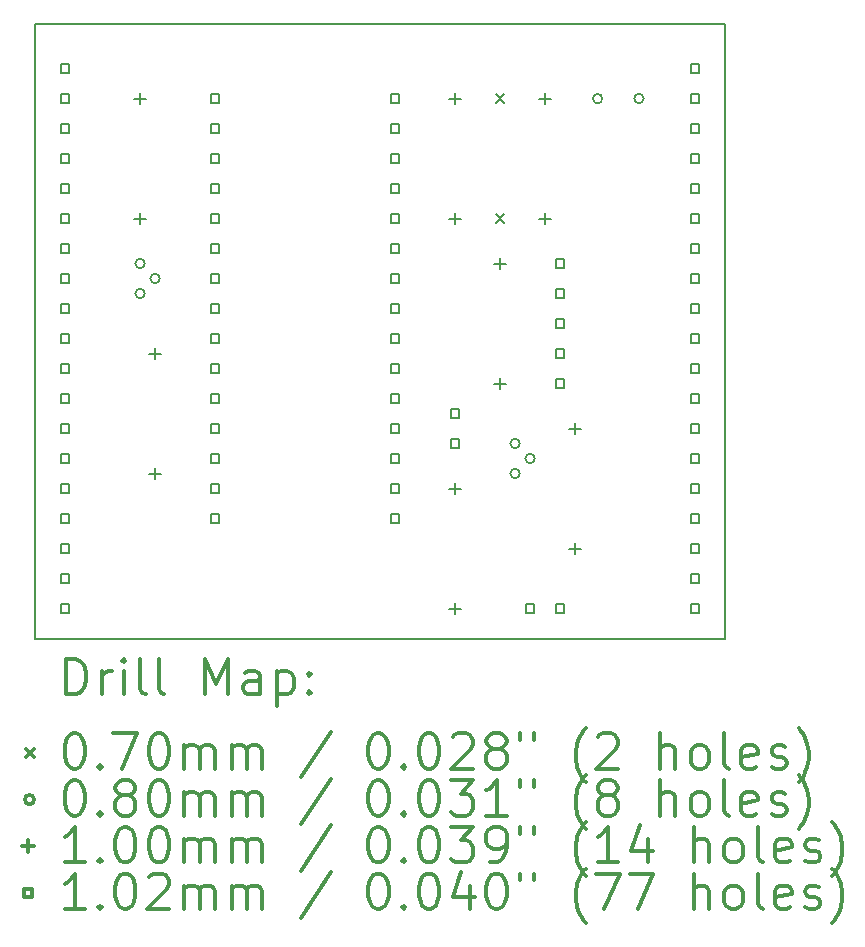
<source format=gbr>
%FSLAX45Y45*%
G04 Gerber Fmt 4.5, Leading zero omitted, Abs format (unit mm)*
G04 Created by KiCad (PCBNEW 4.0.4+e1-6308~48~ubuntu16.04.1-stable) date Thu Sep 22 16:48:08 2016*
%MOMM*%
%LPD*%
G01*
G04 APERTURE LIST*
%ADD10C,0.127000*%
%ADD11C,0.150000*%
%ADD12C,0.200000*%
%ADD13C,0.300000*%
G04 APERTURE END LIST*
D10*
D11*
X8763000Y-7239000D02*
X2921000Y-7239000D01*
X8763000Y-12446000D02*
X8763000Y-7239000D01*
X2921000Y-12446000D02*
X8763000Y-12446000D01*
X2921000Y-7239000D02*
X2921000Y-12446000D01*
D12*
X6823202Y-7839000D02*
X6893306Y-7909104D01*
X6893306Y-7839000D02*
X6823202Y-7909104D01*
X6823202Y-8855000D02*
X6893306Y-8925104D01*
X6893306Y-8855000D02*
X6823202Y-8925104D01*
X3850000Y-9271000D02*
G75*
G03X3850000Y-9271000I-40000J0D01*
G01*
X3850000Y-9525000D02*
G75*
G03X3850000Y-9525000I-40000J0D01*
G01*
X3977000Y-9398000D02*
G75*
G03X3977000Y-9398000I-40000J0D01*
G01*
X7025000Y-10795000D02*
G75*
G03X7025000Y-10795000I-40000J0D01*
G01*
X7025000Y-11049000D02*
G75*
G03X7025000Y-11049000I-40000J0D01*
G01*
X7152000Y-10922000D02*
G75*
G03X7152000Y-10922000I-40000J0D01*
G01*
X7723500Y-7874000D02*
G75*
G03X7723500Y-7874000I-40000J0D01*
G01*
X8073500Y-7874000D02*
G75*
G03X8073500Y-7874000I-40000J0D01*
G01*
X3810000Y-7823962D02*
X3810000Y-7924038D01*
X3759962Y-7874000D02*
X3860038Y-7874000D01*
X3810000Y-8839962D02*
X3810000Y-8940038D01*
X3759962Y-8890000D02*
X3860038Y-8890000D01*
X3937000Y-9982962D02*
X3937000Y-10083038D01*
X3886962Y-10033000D02*
X3987038Y-10033000D01*
X3937000Y-10998962D02*
X3937000Y-11099038D01*
X3886962Y-11049000D02*
X3987038Y-11049000D01*
X6477000Y-7823962D02*
X6477000Y-7924038D01*
X6426962Y-7874000D02*
X6527038Y-7874000D01*
X6477000Y-8839962D02*
X6477000Y-8940038D01*
X6426962Y-8890000D02*
X6527038Y-8890000D01*
X6477000Y-11125962D02*
X6477000Y-11226038D01*
X6426962Y-11176000D02*
X6527038Y-11176000D01*
X6477000Y-12141962D02*
X6477000Y-12242038D01*
X6426962Y-12192000D02*
X6527038Y-12192000D01*
X6858000Y-9220962D02*
X6858000Y-9321038D01*
X6807962Y-9271000D02*
X6908038Y-9271000D01*
X6858000Y-10236962D02*
X6858000Y-10337038D01*
X6807962Y-10287000D02*
X6908038Y-10287000D01*
X7239000Y-7823962D02*
X7239000Y-7924038D01*
X7188962Y-7874000D02*
X7289038Y-7874000D01*
X7239000Y-8839962D02*
X7239000Y-8940038D01*
X7188962Y-8890000D02*
X7289038Y-8890000D01*
X7493000Y-10617962D02*
X7493000Y-10718038D01*
X7442962Y-10668000D02*
X7543038Y-10668000D01*
X7493000Y-11633962D02*
X7493000Y-11734038D01*
X7442962Y-11684000D02*
X7543038Y-11684000D01*
X3210921Y-7655921D02*
X3210921Y-7584079D01*
X3139079Y-7584079D01*
X3139079Y-7655921D01*
X3210921Y-7655921D01*
X3210921Y-7909921D02*
X3210921Y-7838079D01*
X3139079Y-7838079D01*
X3139079Y-7909921D01*
X3210921Y-7909921D01*
X3210921Y-8163921D02*
X3210921Y-8092079D01*
X3139079Y-8092079D01*
X3139079Y-8163921D01*
X3210921Y-8163921D01*
X3210921Y-8417921D02*
X3210921Y-8346079D01*
X3139079Y-8346079D01*
X3139079Y-8417921D01*
X3210921Y-8417921D01*
X3210921Y-8671921D02*
X3210921Y-8600079D01*
X3139079Y-8600079D01*
X3139079Y-8671921D01*
X3210921Y-8671921D01*
X3210921Y-8925921D02*
X3210921Y-8854079D01*
X3139079Y-8854079D01*
X3139079Y-8925921D01*
X3210921Y-8925921D01*
X3210921Y-9179921D02*
X3210921Y-9108079D01*
X3139079Y-9108079D01*
X3139079Y-9179921D01*
X3210921Y-9179921D01*
X3210921Y-9433921D02*
X3210921Y-9362079D01*
X3139079Y-9362079D01*
X3139079Y-9433921D01*
X3210921Y-9433921D01*
X3210921Y-9687921D02*
X3210921Y-9616079D01*
X3139079Y-9616079D01*
X3139079Y-9687921D01*
X3210921Y-9687921D01*
X3210921Y-9941921D02*
X3210921Y-9870079D01*
X3139079Y-9870079D01*
X3139079Y-9941921D01*
X3210921Y-9941921D01*
X3210921Y-10195921D02*
X3210921Y-10124079D01*
X3139079Y-10124079D01*
X3139079Y-10195921D01*
X3210921Y-10195921D01*
X3210921Y-10449921D02*
X3210921Y-10378079D01*
X3139079Y-10378079D01*
X3139079Y-10449921D01*
X3210921Y-10449921D01*
X3210921Y-10703921D02*
X3210921Y-10632079D01*
X3139079Y-10632079D01*
X3139079Y-10703921D01*
X3210921Y-10703921D01*
X3210921Y-10957921D02*
X3210921Y-10886079D01*
X3139079Y-10886079D01*
X3139079Y-10957921D01*
X3210921Y-10957921D01*
X3210921Y-11211921D02*
X3210921Y-11140079D01*
X3139079Y-11140079D01*
X3139079Y-11211921D01*
X3210921Y-11211921D01*
X3210921Y-11465921D02*
X3210921Y-11394079D01*
X3139079Y-11394079D01*
X3139079Y-11465921D01*
X3210921Y-11465921D01*
X3210921Y-11719921D02*
X3210921Y-11648079D01*
X3139079Y-11648079D01*
X3139079Y-11719921D01*
X3210921Y-11719921D01*
X3210921Y-11973921D02*
X3210921Y-11902079D01*
X3139079Y-11902079D01*
X3139079Y-11973921D01*
X3210921Y-11973921D01*
X3210921Y-12227921D02*
X3210921Y-12156079D01*
X3139079Y-12156079D01*
X3139079Y-12227921D01*
X3210921Y-12227921D01*
X4480921Y-7909921D02*
X4480921Y-7838079D01*
X4409079Y-7838079D01*
X4409079Y-7909921D01*
X4480921Y-7909921D01*
X4480921Y-8163921D02*
X4480921Y-8092079D01*
X4409079Y-8092079D01*
X4409079Y-8163921D01*
X4480921Y-8163921D01*
X4480921Y-8417921D02*
X4480921Y-8346079D01*
X4409079Y-8346079D01*
X4409079Y-8417921D01*
X4480921Y-8417921D01*
X4480921Y-8671921D02*
X4480921Y-8600079D01*
X4409079Y-8600079D01*
X4409079Y-8671921D01*
X4480921Y-8671921D01*
X4480921Y-8925921D02*
X4480921Y-8854079D01*
X4409079Y-8854079D01*
X4409079Y-8925921D01*
X4480921Y-8925921D01*
X4480921Y-9179921D02*
X4480921Y-9108079D01*
X4409079Y-9108079D01*
X4409079Y-9179921D01*
X4480921Y-9179921D01*
X4480921Y-9433921D02*
X4480921Y-9362079D01*
X4409079Y-9362079D01*
X4409079Y-9433921D01*
X4480921Y-9433921D01*
X4480921Y-9687921D02*
X4480921Y-9616079D01*
X4409079Y-9616079D01*
X4409079Y-9687921D01*
X4480921Y-9687921D01*
X4480921Y-9941921D02*
X4480921Y-9870079D01*
X4409079Y-9870079D01*
X4409079Y-9941921D01*
X4480921Y-9941921D01*
X4480921Y-10195921D02*
X4480921Y-10124079D01*
X4409079Y-10124079D01*
X4409079Y-10195921D01*
X4480921Y-10195921D01*
X4480921Y-10449921D02*
X4480921Y-10378079D01*
X4409079Y-10378079D01*
X4409079Y-10449921D01*
X4480921Y-10449921D01*
X4480921Y-10703921D02*
X4480921Y-10632079D01*
X4409079Y-10632079D01*
X4409079Y-10703921D01*
X4480921Y-10703921D01*
X4480921Y-10957921D02*
X4480921Y-10886079D01*
X4409079Y-10886079D01*
X4409079Y-10957921D01*
X4480921Y-10957921D01*
X4480921Y-11211921D02*
X4480921Y-11140079D01*
X4409079Y-11140079D01*
X4409079Y-11211921D01*
X4480921Y-11211921D01*
X4480921Y-11465921D02*
X4480921Y-11394079D01*
X4409079Y-11394079D01*
X4409079Y-11465921D01*
X4480921Y-11465921D01*
X6004921Y-7909921D02*
X6004921Y-7838079D01*
X5933079Y-7838079D01*
X5933079Y-7909921D01*
X6004921Y-7909921D01*
X6004921Y-8163921D02*
X6004921Y-8092079D01*
X5933079Y-8092079D01*
X5933079Y-8163921D01*
X6004921Y-8163921D01*
X6004921Y-8417921D02*
X6004921Y-8346079D01*
X5933079Y-8346079D01*
X5933079Y-8417921D01*
X6004921Y-8417921D01*
X6004921Y-8671921D02*
X6004921Y-8600079D01*
X5933079Y-8600079D01*
X5933079Y-8671921D01*
X6004921Y-8671921D01*
X6004921Y-8925921D02*
X6004921Y-8854079D01*
X5933079Y-8854079D01*
X5933079Y-8925921D01*
X6004921Y-8925921D01*
X6004921Y-9179921D02*
X6004921Y-9108079D01*
X5933079Y-9108079D01*
X5933079Y-9179921D01*
X6004921Y-9179921D01*
X6004921Y-9433921D02*
X6004921Y-9362079D01*
X5933079Y-9362079D01*
X5933079Y-9433921D01*
X6004921Y-9433921D01*
X6004921Y-9687921D02*
X6004921Y-9616079D01*
X5933079Y-9616079D01*
X5933079Y-9687921D01*
X6004921Y-9687921D01*
X6004921Y-9941921D02*
X6004921Y-9870079D01*
X5933079Y-9870079D01*
X5933079Y-9941921D01*
X6004921Y-9941921D01*
X6004921Y-10195921D02*
X6004921Y-10124079D01*
X5933079Y-10124079D01*
X5933079Y-10195921D01*
X6004921Y-10195921D01*
X6004921Y-10449921D02*
X6004921Y-10378079D01*
X5933079Y-10378079D01*
X5933079Y-10449921D01*
X6004921Y-10449921D01*
X6004921Y-10703921D02*
X6004921Y-10632079D01*
X5933079Y-10632079D01*
X5933079Y-10703921D01*
X6004921Y-10703921D01*
X6004921Y-10957921D02*
X6004921Y-10886079D01*
X5933079Y-10886079D01*
X5933079Y-10957921D01*
X6004921Y-10957921D01*
X6004921Y-11211921D02*
X6004921Y-11140079D01*
X5933079Y-11140079D01*
X5933079Y-11211921D01*
X6004921Y-11211921D01*
X6004921Y-11465921D02*
X6004921Y-11394079D01*
X5933079Y-11394079D01*
X5933079Y-11465921D01*
X6004921Y-11465921D01*
X6512921Y-10576921D02*
X6512921Y-10505079D01*
X6441079Y-10505079D01*
X6441079Y-10576921D01*
X6512921Y-10576921D01*
X6512921Y-10830921D02*
X6512921Y-10759079D01*
X6441079Y-10759079D01*
X6441079Y-10830921D01*
X6512921Y-10830921D01*
X7147921Y-12227921D02*
X7147921Y-12156079D01*
X7076079Y-12156079D01*
X7076079Y-12227921D01*
X7147921Y-12227921D01*
X7401921Y-9306921D02*
X7401921Y-9235079D01*
X7330079Y-9235079D01*
X7330079Y-9306921D01*
X7401921Y-9306921D01*
X7401921Y-9560921D02*
X7401921Y-9489079D01*
X7330079Y-9489079D01*
X7330079Y-9560921D01*
X7401921Y-9560921D01*
X7401921Y-9814921D02*
X7401921Y-9743079D01*
X7330079Y-9743079D01*
X7330079Y-9814921D01*
X7401921Y-9814921D01*
X7401921Y-10068921D02*
X7401921Y-9997079D01*
X7330079Y-9997079D01*
X7330079Y-10068921D01*
X7401921Y-10068921D01*
X7401921Y-10322921D02*
X7401921Y-10251079D01*
X7330079Y-10251079D01*
X7330079Y-10322921D01*
X7401921Y-10322921D01*
X7401921Y-12227921D02*
X7401921Y-12156079D01*
X7330079Y-12156079D01*
X7330079Y-12227921D01*
X7401921Y-12227921D01*
X8544921Y-7655921D02*
X8544921Y-7584079D01*
X8473079Y-7584079D01*
X8473079Y-7655921D01*
X8544921Y-7655921D01*
X8544921Y-7909921D02*
X8544921Y-7838079D01*
X8473079Y-7838079D01*
X8473079Y-7909921D01*
X8544921Y-7909921D01*
X8544921Y-8163921D02*
X8544921Y-8092079D01*
X8473079Y-8092079D01*
X8473079Y-8163921D01*
X8544921Y-8163921D01*
X8544921Y-8417921D02*
X8544921Y-8346079D01*
X8473079Y-8346079D01*
X8473079Y-8417921D01*
X8544921Y-8417921D01*
X8544921Y-8671921D02*
X8544921Y-8600079D01*
X8473079Y-8600079D01*
X8473079Y-8671921D01*
X8544921Y-8671921D01*
X8544921Y-8925921D02*
X8544921Y-8854079D01*
X8473079Y-8854079D01*
X8473079Y-8925921D01*
X8544921Y-8925921D01*
X8544921Y-9179921D02*
X8544921Y-9108079D01*
X8473079Y-9108079D01*
X8473079Y-9179921D01*
X8544921Y-9179921D01*
X8544921Y-9433921D02*
X8544921Y-9362079D01*
X8473079Y-9362079D01*
X8473079Y-9433921D01*
X8544921Y-9433921D01*
X8544921Y-9687921D02*
X8544921Y-9616079D01*
X8473079Y-9616079D01*
X8473079Y-9687921D01*
X8544921Y-9687921D01*
X8544921Y-9941921D02*
X8544921Y-9870079D01*
X8473079Y-9870079D01*
X8473079Y-9941921D01*
X8544921Y-9941921D01*
X8544921Y-10195921D02*
X8544921Y-10124079D01*
X8473079Y-10124079D01*
X8473079Y-10195921D01*
X8544921Y-10195921D01*
X8544921Y-10449921D02*
X8544921Y-10378079D01*
X8473079Y-10378079D01*
X8473079Y-10449921D01*
X8544921Y-10449921D01*
X8544921Y-10703921D02*
X8544921Y-10632079D01*
X8473079Y-10632079D01*
X8473079Y-10703921D01*
X8544921Y-10703921D01*
X8544921Y-10957921D02*
X8544921Y-10886079D01*
X8473079Y-10886079D01*
X8473079Y-10957921D01*
X8544921Y-10957921D01*
X8544921Y-11211921D02*
X8544921Y-11140079D01*
X8473079Y-11140079D01*
X8473079Y-11211921D01*
X8544921Y-11211921D01*
X8544921Y-11465921D02*
X8544921Y-11394079D01*
X8473079Y-11394079D01*
X8473079Y-11465921D01*
X8544921Y-11465921D01*
X8544921Y-11719921D02*
X8544921Y-11648079D01*
X8473079Y-11648079D01*
X8473079Y-11719921D01*
X8544921Y-11719921D01*
X8544921Y-11973921D02*
X8544921Y-11902079D01*
X8473079Y-11902079D01*
X8473079Y-11973921D01*
X8544921Y-11973921D01*
X8544921Y-12227921D02*
X8544921Y-12156079D01*
X8473079Y-12156079D01*
X8473079Y-12227921D01*
X8544921Y-12227921D01*
D13*
X3184928Y-12919214D02*
X3184928Y-12619214D01*
X3256357Y-12619214D01*
X3299214Y-12633500D01*
X3327786Y-12662071D01*
X3342071Y-12690643D01*
X3356357Y-12747786D01*
X3356357Y-12790643D01*
X3342071Y-12847786D01*
X3327786Y-12876357D01*
X3299214Y-12904929D01*
X3256357Y-12919214D01*
X3184928Y-12919214D01*
X3484928Y-12919214D02*
X3484928Y-12719214D01*
X3484928Y-12776357D02*
X3499214Y-12747786D01*
X3513500Y-12733500D01*
X3542071Y-12719214D01*
X3570643Y-12719214D01*
X3670643Y-12919214D02*
X3670643Y-12719214D01*
X3670643Y-12619214D02*
X3656357Y-12633500D01*
X3670643Y-12647786D01*
X3684928Y-12633500D01*
X3670643Y-12619214D01*
X3670643Y-12647786D01*
X3856357Y-12919214D02*
X3827786Y-12904929D01*
X3813500Y-12876357D01*
X3813500Y-12619214D01*
X4013500Y-12919214D02*
X3984928Y-12904929D01*
X3970643Y-12876357D01*
X3970643Y-12619214D01*
X4356357Y-12919214D02*
X4356357Y-12619214D01*
X4456357Y-12833500D01*
X4556357Y-12619214D01*
X4556357Y-12919214D01*
X4827786Y-12919214D02*
X4827786Y-12762071D01*
X4813500Y-12733500D01*
X4784929Y-12719214D01*
X4727786Y-12719214D01*
X4699214Y-12733500D01*
X4827786Y-12904929D02*
X4799214Y-12919214D01*
X4727786Y-12919214D01*
X4699214Y-12904929D01*
X4684929Y-12876357D01*
X4684929Y-12847786D01*
X4699214Y-12819214D01*
X4727786Y-12804929D01*
X4799214Y-12804929D01*
X4827786Y-12790643D01*
X4970643Y-12719214D02*
X4970643Y-13019214D01*
X4970643Y-12733500D02*
X4999214Y-12719214D01*
X5056357Y-12719214D01*
X5084929Y-12733500D01*
X5099214Y-12747786D01*
X5113500Y-12776357D01*
X5113500Y-12862071D01*
X5099214Y-12890643D01*
X5084929Y-12904929D01*
X5056357Y-12919214D01*
X4999214Y-12919214D01*
X4970643Y-12904929D01*
X5242071Y-12890643D02*
X5256357Y-12904929D01*
X5242071Y-12919214D01*
X5227786Y-12904929D01*
X5242071Y-12890643D01*
X5242071Y-12919214D01*
X5242071Y-12733500D02*
X5256357Y-12747786D01*
X5242071Y-12762071D01*
X5227786Y-12747786D01*
X5242071Y-12733500D01*
X5242071Y-12762071D01*
X2843396Y-13378448D02*
X2913500Y-13448552D01*
X2913500Y-13378448D02*
X2843396Y-13448552D01*
X3242071Y-13249214D02*
X3270643Y-13249214D01*
X3299214Y-13263500D01*
X3313500Y-13277786D01*
X3327786Y-13306357D01*
X3342071Y-13363500D01*
X3342071Y-13434929D01*
X3327786Y-13492071D01*
X3313500Y-13520643D01*
X3299214Y-13534929D01*
X3270643Y-13549214D01*
X3242071Y-13549214D01*
X3213500Y-13534929D01*
X3199214Y-13520643D01*
X3184928Y-13492071D01*
X3170643Y-13434929D01*
X3170643Y-13363500D01*
X3184928Y-13306357D01*
X3199214Y-13277786D01*
X3213500Y-13263500D01*
X3242071Y-13249214D01*
X3470643Y-13520643D02*
X3484928Y-13534929D01*
X3470643Y-13549214D01*
X3456357Y-13534929D01*
X3470643Y-13520643D01*
X3470643Y-13549214D01*
X3584928Y-13249214D02*
X3784928Y-13249214D01*
X3656357Y-13549214D01*
X3956357Y-13249214D02*
X3984928Y-13249214D01*
X4013500Y-13263500D01*
X4027786Y-13277786D01*
X4042071Y-13306357D01*
X4056357Y-13363500D01*
X4056357Y-13434929D01*
X4042071Y-13492071D01*
X4027786Y-13520643D01*
X4013500Y-13534929D01*
X3984928Y-13549214D01*
X3956357Y-13549214D01*
X3927786Y-13534929D01*
X3913500Y-13520643D01*
X3899214Y-13492071D01*
X3884928Y-13434929D01*
X3884928Y-13363500D01*
X3899214Y-13306357D01*
X3913500Y-13277786D01*
X3927786Y-13263500D01*
X3956357Y-13249214D01*
X4184928Y-13549214D02*
X4184928Y-13349214D01*
X4184928Y-13377786D02*
X4199214Y-13363500D01*
X4227786Y-13349214D01*
X4270643Y-13349214D01*
X4299214Y-13363500D01*
X4313500Y-13392071D01*
X4313500Y-13549214D01*
X4313500Y-13392071D02*
X4327786Y-13363500D01*
X4356357Y-13349214D01*
X4399214Y-13349214D01*
X4427786Y-13363500D01*
X4442071Y-13392071D01*
X4442071Y-13549214D01*
X4584929Y-13549214D02*
X4584929Y-13349214D01*
X4584929Y-13377786D02*
X4599214Y-13363500D01*
X4627786Y-13349214D01*
X4670643Y-13349214D01*
X4699214Y-13363500D01*
X4713500Y-13392071D01*
X4713500Y-13549214D01*
X4713500Y-13392071D02*
X4727786Y-13363500D01*
X4756357Y-13349214D01*
X4799214Y-13349214D01*
X4827786Y-13363500D01*
X4842071Y-13392071D01*
X4842071Y-13549214D01*
X5427786Y-13234929D02*
X5170643Y-13620643D01*
X5813500Y-13249214D02*
X5842071Y-13249214D01*
X5870643Y-13263500D01*
X5884928Y-13277786D01*
X5899214Y-13306357D01*
X5913500Y-13363500D01*
X5913500Y-13434929D01*
X5899214Y-13492071D01*
X5884928Y-13520643D01*
X5870643Y-13534929D01*
X5842071Y-13549214D01*
X5813500Y-13549214D01*
X5784928Y-13534929D01*
X5770643Y-13520643D01*
X5756357Y-13492071D01*
X5742071Y-13434929D01*
X5742071Y-13363500D01*
X5756357Y-13306357D01*
X5770643Y-13277786D01*
X5784928Y-13263500D01*
X5813500Y-13249214D01*
X6042071Y-13520643D02*
X6056357Y-13534929D01*
X6042071Y-13549214D01*
X6027786Y-13534929D01*
X6042071Y-13520643D01*
X6042071Y-13549214D01*
X6242071Y-13249214D02*
X6270643Y-13249214D01*
X6299214Y-13263500D01*
X6313500Y-13277786D01*
X6327785Y-13306357D01*
X6342071Y-13363500D01*
X6342071Y-13434929D01*
X6327785Y-13492071D01*
X6313500Y-13520643D01*
X6299214Y-13534929D01*
X6270643Y-13549214D01*
X6242071Y-13549214D01*
X6213500Y-13534929D01*
X6199214Y-13520643D01*
X6184928Y-13492071D01*
X6170643Y-13434929D01*
X6170643Y-13363500D01*
X6184928Y-13306357D01*
X6199214Y-13277786D01*
X6213500Y-13263500D01*
X6242071Y-13249214D01*
X6456357Y-13277786D02*
X6470643Y-13263500D01*
X6499214Y-13249214D01*
X6570643Y-13249214D01*
X6599214Y-13263500D01*
X6613500Y-13277786D01*
X6627785Y-13306357D01*
X6627785Y-13334929D01*
X6613500Y-13377786D01*
X6442071Y-13549214D01*
X6627785Y-13549214D01*
X6799214Y-13377786D02*
X6770643Y-13363500D01*
X6756357Y-13349214D01*
X6742071Y-13320643D01*
X6742071Y-13306357D01*
X6756357Y-13277786D01*
X6770643Y-13263500D01*
X6799214Y-13249214D01*
X6856357Y-13249214D01*
X6884928Y-13263500D01*
X6899214Y-13277786D01*
X6913500Y-13306357D01*
X6913500Y-13320643D01*
X6899214Y-13349214D01*
X6884928Y-13363500D01*
X6856357Y-13377786D01*
X6799214Y-13377786D01*
X6770643Y-13392071D01*
X6756357Y-13406357D01*
X6742071Y-13434929D01*
X6742071Y-13492071D01*
X6756357Y-13520643D01*
X6770643Y-13534929D01*
X6799214Y-13549214D01*
X6856357Y-13549214D01*
X6884928Y-13534929D01*
X6899214Y-13520643D01*
X6913500Y-13492071D01*
X6913500Y-13434929D01*
X6899214Y-13406357D01*
X6884928Y-13392071D01*
X6856357Y-13377786D01*
X7027786Y-13249214D02*
X7027786Y-13306357D01*
X7142071Y-13249214D02*
X7142071Y-13306357D01*
X7584928Y-13663500D02*
X7570643Y-13649214D01*
X7542071Y-13606357D01*
X7527785Y-13577786D01*
X7513500Y-13534929D01*
X7499214Y-13463500D01*
X7499214Y-13406357D01*
X7513500Y-13334929D01*
X7527785Y-13292071D01*
X7542071Y-13263500D01*
X7570643Y-13220643D01*
X7584928Y-13206357D01*
X7684928Y-13277786D02*
X7699214Y-13263500D01*
X7727785Y-13249214D01*
X7799214Y-13249214D01*
X7827785Y-13263500D01*
X7842071Y-13277786D01*
X7856357Y-13306357D01*
X7856357Y-13334929D01*
X7842071Y-13377786D01*
X7670643Y-13549214D01*
X7856357Y-13549214D01*
X8213500Y-13549214D02*
X8213500Y-13249214D01*
X8342071Y-13549214D02*
X8342071Y-13392071D01*
X8327785Y-13363500D01*
X8299214Y-13349214D01*
X8256357Y-13349214D01*
X8227785Y-13363500D01*
X8213500Y-13377786D01*
X8527786Y-13549214D02*
X8499214Y-13534929D01*
X8484928Y-13520643D01*
X8470643Y-13492071D01*
X8470643Y-13406357D01*
X8484928Y-13377786D01*
X8499214Y-13363500D01*
X8527786Y-13349214D01*
X8570643Y-13349214D01*
X8599214Y-13363500D01*
X8613500Y-13377786D01*
X8627786Y-13406357D01*
X8627786Y-13492071D01*
X8613500Y-13520643D01*
X8599214Y-13534929D01*
X8570643Y-13549214D01*
X8527786Y-13549214D01*
X8799214Y-13549214D02*
X8770643Y-13534929D01*
X8756357Y-13506357D01*
X8756357Y-13249214D01*
X9027786Y-13534929D02*
X8999214Y-13549214D01*
X8942071Y-13549214D01*
X8913500Y-13534929D01*
X8899214Y-13506357D01*
X8899214Y-13392071D01*
X8913500Y-13363500D01*
X8942071Y-13349214D01*
X8999214Y-13349214D01*
X9027786Y-13363500D01*
X9042071Y-13392071D01*
X9042071Y-13420643D01*
X8899214Y-13449214D01*
X9156357Y-13534929D02*
X9184929Y-13549214D01*
X9242071Y-13549214D01*
X9270643Y-13534929D01*
X9284929Y-13506357D01*
X9284929Y-13492071D01*
X9270643Y-13463500D01*
X9242071Y-13449214D01*
X9199214Y-13449214D01*
X9170643Y-13434929D01*
X9156357Y-13406357D01*
X9156357Y-13392071D01*
X9170643Y-13363500D01*
X9199214Y-13349214D01*
X9242071Y-13349214D01*
X9270643Y-13363500D01*
X9384928Y-13663500D02*
X9399214Y-13649214D01*
X9427786Y-13606357D01*
X9442071Y-13577786D01*
X9456357Y-13534929D01*
X9470643Y-13463500D01*
X9470643Y-13406357D01*
X9456357Y-13334929D01*
X9442071Y-13292071D01*
X9427786Y-13263500D01*
X9399214Y-13220643D01*
X9384928Y-13206357D01*
X2913500Y-13809500D02*
G75*
G03X2913500Y-13809500I-40000J0D01*
G01*
X3242071Y-13645214D02*
X3270643Y-13645214D01*
X3299214Y-13659500D01*
X3313500Y-13673786D01*
X3327786Y-13702357D01*
X3342071Y-13759500D01*
X3342071Y-13830929D01*
X3327786Y-13888071D01*
X3313500Y-13916643D01*
X3299214Y-13930929D01*
X3270643Y-13945214D01*
X3242071Y-13945214D01*
X3213500Y-13930929D01*
X3199214Y-13916643D01*
X3184928Y-13888071D01*
X3170643Y-13830929D01*
X3170643Y-13759500D01*
X3184928Y-13702357D01*
X3199214Y-13673786D01*
X3213500Y-13659500D01*
X3242071Y-13645214D01*
X3470643Y-13916643D02*
X3484928Y-13930929D01*
X3470643Y-13945214D01*
X3456357Y-13930929D01*
X3470643Y-13916643D01*
X3470643Y-13945214D01*
X3656357Y-13773786D02*
X3627786Y-13759500D01*
X3613500Y-13745214D01*
X3599214Y-13716643D01*
X3599214Y-13702357D01*
X3613500Y-13673786D01*
X3627786Y-13659500D01*
X3656357Y-13645214D01*
X3713500Y-13645214D01*
X3742071Y-13659500D01*
X3756357Y-13673786D01*
X3770643Y-13702357D01*
X3770643Y-13716643D01*
X3756357Y-13745214D01*
X3742071Y-13759500D01*
X3713500Y-13773786D01*
X3656357Y-13773786D01*
X3627786Y-13788071D01*
X3613500Y-13802357D01*
X3599214Y-13830929D01*
X3599214Y-13888071D01*
X3613500Y-13916643D01*
X3627786Y-13930929D01*
X3656357Y-13945214D01*
X3713500Y-13945214D01*
X3742071Y-13930929D01*
X3756357Y-13916643D01*
X3770643Y-13888071D01*
X3770643Y-13830929D01*
X3756357Y-13802357D01*
X3742071Y-13788071D01*
X3713500Y-13773786D01*
X3956357Y-13645214D02*
X3984928Y-13645214D01*
X4013500Y-13659500D01*
X4027786Y-13673786D01*
X4042071Y-13702357D01*
X4056357Y-13759500D01*
X4056357Y-13830929D01*
X4042071Y-13888071D01*
X4027786Y-13916643D01*
X4013500Y-13930929D01*
X3984928Y-13945214D01*
X3956357Y-13945214D01*
X3927786Y-13930929D01*
X3913500Y-13916643D01*
X3899214Y-13888071D01*
X3884928Y-13830929D01*
X3884928Y-13759500D01*
X3899214Y-13702357D01*
X3913500Y-13673786D01*
X3927786Y-13659500D01*
X3956357Y-13645214D01*
X4184928Y-13945214D02*
X4184928Y-13745214D01*
X4184928Y-13773786D02*
X4199214Y-13759500D01*
X4227786Y-13745214D01*
X4270643Y-13745214D01*
X4299214Y-13759500D01*
X4313500Y-13788071D01*
X4313500Y-13945214D01*
X4313500Y-13788071D02*
X4327786Y-13759500D01*
X4356357Y-13745214D01*
X4399214Y-13745214D01*
X4427786Y-13759500D01*
X4442071Y-13788071D01*
X4442071Y-13945214D01*
X4584929Y-13945214D02*
X4584929Y-13745214D01*
X4584929Y-13773786D02*
X4599214Y-13759500D01*
X4627786Y-13745214D01*
X4670643Y-13745214D01*
X4699214Y-13759500D01*
X4713500Y-13788071D01*
X4713500Y-13945214D01*
X4713500Y-13788071D02*
X4727786Y-13759500D01*
X4756357Y-13745214D01*
X4799214Y-13745214D01*
X4827786Y-13759500D01*
X4842071Y-13788071D01*
X4842071Y-13945214D01*
X5427786Y-13630929D02*
X5170643Y-14016643D01*
X5813500Y-13645214D02*
X5842071Y-13645214D01*
X5870643Y-13659500D01*
X5884928Y-13673786D01*
X5899214Y-13702357D01*
X5913500Y-13759500D01*
X5913500Y-13830929D01*
X5899214Y-13888071D01*
X5884928Y-13916643D01*
X5870643Y-13930929D01*
X5842071Y-13945214D01*
X5813500Y-13945214D01*
X5784928Y-13930929D01*
X5770643Y-13916643D01*
X5756357Y-13888071D01*
X5742071Y-13830929D01*
X5742071Y-13759500D01*
X5756357Y-13702357D01*
X5770643Y-13673786D01*
X5784928Y-13659500D01*
X5813500Y-13645214D01*
X6042071Y-13916643D02*
X6056357Y-13930929D01*
X6042071Y-13945214D01*
X6027786Y-13930929D01*
X6042071Y-13916643D01*
X6042071Y-13945214D01*
X6242071Y-13645214D02*
X6270643Y-13645214D01*
X6299214Y-13659500D01*
X6313500Y-13673786D01*
X6327785Y-13702357D01*
X6342071Y-13759500D01*
X6342071Y-13830929D01*
X6327785Y-13888071D01*
X6313500Y-13916643D01*
X6299214Y-13930929D01*
X6270643Y-13945214D01*
X6242071Y-13945214D01*
X6213500Y-13930929D01*
X6199214Y-13916643D01*
X6184928Y-13888071D01*
X6170643Y-13830929D01*
X6170643Y-13759500D01*
X6184928Y-13702357D01*
X6199214Y-13673786D01*
X6213500Y-13659500D01*
X6242071Y-13645214D01*
X6442071Y-13645214D02*
X6627785Y-13645214D01*
X6527785Y-13759500D01*
X6570643Y-13759500D01*
X6599214Y-13773786D01*
X6613500Y-13788071D01*
X6627785Y-13816643D01*
X6627785Y-13888071D01*
X6613500Y-13916643D01*
X6599214Y-13930929D01*
X6570643Y-13945214D01*
X6484928Y-13945214D01*
X6456357Y-13930929D01*
X6442071Y-13916643D01*
X6913500Y-13945214D02*
X6742071Y-13945214D01*
X6827785Y-13945214D02*
X6827785Y-13645214D01*
X6799214Y-13688071D01*
X6770643Y-13716643D01*
X6742071Y-13730929D01*
X7027786Y-13645214D02*
X7027786Y-13702357D01*
X7142071Y-13645214D02*
X7142071Y-13702357D01*
X7584928Y-14059500D02*
X7570643Y-14045214D01*
X7542071Y-14002357D01*
X7527785Y-13973786D01*
X7513500Y-13930929D01*
X7499214Y-13859500D01*
X7499214Y-13802357D01*
X7513500Y-13730929D01*
X7527785Y-13688071D01*
X7542071Y-13659500D01*
X7570643Y-13616643D01*
X7584928Y-13602357D01*
X7742071Y-13773786D02*
X7713500Y-13759500D01*
X7699214Y-13745214D01*
X7684928Y-13716643D01*
X7684928Y-13702357D01*
X7699214Y-13673786D01*
X7713500Y-13659500D01*
X7742071Y-13645214D01*
X7799214Y-13645214D01*
X7827785Y-13659500D01*
X7842071Y-13673786D01*
X7856357Y-13702357D01*
X7856357Y-13716643D01*
X7842071Y-13745214D01*
X7827785Y-13759500D01*
X7799214Y-13773786D01*
X7742071Y-13773786D01*
X7713500Y-13788071D01*
X7699214Y-13802357D01*
X7684928Y-13830929D01*
X7684928Y-13888071D01*
X7699214Y-13916643D01*
X7713500Y-13930929D01*
X7742071Y-13945214D01*
X7799214Y-13945214D01*
X7827785Y-13930929D01*
X7842071Y-13916643D01*
X7856357Y-13888071D01*
X7856357Y-13830929D01*
X7842071Y-13802357D01*
X7827785Y-13788071D01*
X7799214Y-13773786D01*
X8213500Y-13945214D02*
X8213500Y-13645214D01*
X8342071Y-13945214D02*
X8342071Y-13788071D01*
X8327785Y-13759500D01*
X8299214Y-13745214D01*
X8256357Y-13745214D01*
X8227785Y-13759500D01*
X8213500Y-13773786D01*
X8527786Y-13945214D02*
X8499214Y-13930929D01*
X8484928Y-13916643D01*
X8470643Y-13888071D01*
X8470643Y-13802357D01*
X8484928Y-13773786D01*
X8499214Y-13759500D01*
X8527786Y-13745214D01*
X8570643Y-13745214D01*
X8599214Y-13759500D01*
X8613500Y-13773786D01*
X8627786Y-13802357D01*
X8627786Y-13888071D01*
X8613500Y-13916643D01*
X8599214Y-13930929D01*
X8570643Y-13945214D01*
X8527786Y-13945214D01*
X8799214Y-13945214D02*
X8770643Y-13930929D01*
X8756357Y-13902357D01*
X8756357Y-13645214D01*
X9027786Y-13930929D02*
X8999214Y-13945214D01*
X8942071Y-13945214D01*
X8913500Y-13930929D01*
X8899214Y-13902357D01*
X8899214Y-13788071D01*
X8913500Y-13759500D01*
X8942071Y-13745214D01*
X8999214Y-13745214D01*
X9027786Y-13759500D01*
X9042071Y-13788071D01*
X9042071Y-13816643D01*
X8899214Y-13845214D01*
X9156357Y-13930929D02*
X9184929Y-13945214D01*
X9242071Y-13945214D01*
X9270643Y-13930929D01*
X9284929Y-13902357D01*
X9284929Y-13888071D01*
X9270643Y-13859500D01*
X9242071Y-13845214D01*
X9199214Y-13845214D01*
X9170643Y-13830929D01*
X9156357Y-13802357D01*
X9156357Y-13788071D01*
X9170643Y-13759500D01*
X9199214Y-13745214D01*
X9242071Y-13745214D01*
X9270643Y-13759500D01*
X9384928Y-14059500D02*
X9399214Y-14045214D01*
X9427786Y-14002357D01*
X9442071Y-13973786D01*
X9456357Y-13930929D01*
X9470643Y-13859500D01*
X9470643Y-13802357D01*
X9456357Y-13730929D01*
X9442071Y-13688071D01*
X9427786Y-13659500D01*
X9399214Y-13616643D01*
X9384928Y-13602357D01*
X2863462Y-14155462D02*
X2863462Y-14255538D01*
X2813424Y-14205500D02*
X2913500Y-14205500D01*
X3342071Y-14341214D02*
X3170643Y-14341214D01*
X3256357Y-14341214D02*
X3256357Y-14041214D01*
X3227786Y-14084071D01*
X3199214Y-14112643D01*
X3170643Y-14126929D01*
X3470643Y-14312643D02*
X3484928Y-14326929D01*
X3470643Y-14341214D01*
X3456357Y-14326929D01*
X3470643Y-14312643D01*
X3470643Y-14341214D01*
X3670643Y-14041214D02*
X3699214Y-14041214D01*
X3727786Y-14055500D01*
X3742071Y-14069786D01*
X3756357Y-14098357D01*
X3770643Y-14155500D01*
X3770643Y-14226929D01*
X3756357Y-14284071D01*
X3742071Y-14312643D01*
X3727786Y-14326929D01*
X3699214Y-14341214D01*
X3670643Y-14341214D01*
X3642071Y-14326929D01*
X3627786Y-14312643D01*
X3613500Y-14284071D01*
X3599214Y-14226929D01*
X3599214Y-14155500D01*
X3613500Y-14098357D01*
X3627786Y-14069786D01*
X3642071Y-14055500D01*
X3670643Y-14041214D01*
X3956357Y-14041214D02*
X3984928Y-14041214D01*
X4013500Y-14055500D01*
X4027786Y-14069786D01*
X4042071Y-14098357D01*
X4056357Y-14155500D01*
X4056357Y-14226929D01*
X4042071Y-14284071D01*
X4027786Y-14312643D01*
X4013500Y-14326929D01*
X3984928Y-14341214D01*
X3956357Y-14341214D01*
X3927786Y-14326929D01*
X3913500Y-14312643D01*
X3899214Y-14284071D01*
X3884928Y-14226929D01*
X3884928Y-14155500D01*
X3899214Y-14098357D01*
X3913500Y-14069786D01*
X3927786Y-14055500D01*
X3956357Y-14041214D01*
X4184928Y-14341214D02*
X4184928Y-14141214D01*
X4184928Y-14169786D02*
X4199214Y-14155500D01*
X4227786Y-14141214D01*
X4270643Y-14141214D01*
X4299214Y-14155500D01*
X4313500Y-14184071D01*
X4313500Y-14341214D01*
X4313500Y-14184071D02*
X4327786Y-14155500D01*
X4356357Y-14141214D01*
X4399214Y-14141214D01*
X4427786Y-14155500D01*
X4442071Y-14184071D01*
X4442071Y-14341214D01*
X4584929Y-14341214D02*
X4584929Y-14141214D01*
X4584929Y-14169786D02*
X4599214Y-14155500D01*
X4627786Y-14141214D01*
X4670643Y-14141214D01*
X4699214Y-14155500D01*
X4713500Y-14184071D01*
X4713500Y-14341214D01*
X4713500Y-14184071D02*
X4727786Y-14155500D01*
X4756357Y-14141214D01*
X4799214Y-14141214D01*
X4827786Y-14155500D01*
X4842071Y-14184071D01*
X4842071Y-14341214D01*
X5427786Y-14026929D02*
X5170643Y-14412643D01*
X5813500Y-14041214D02*
X5842071Y-14041214D01*
X5870643Y-14055500D01*
X5884928Y-14069786D01*
X5899214Y-14098357D01*
X5913500Y-14155500D01*
X5913500Y-14226929D01*
X5899214Y-14284071D01*
X5884928Y-14312643D01*
X5870643Y-14326929D01*
X5842071Y-14341214D01*
X5813500Y-14341214D01*
X5784928Y-14326929D01*
X5770643Y-14312643D01*
X5756357Y-14284071D01*
X5742071Y-14226929D01*
X5742071Y-14155500D01*
X5756357Y-14098357D01*
X5770643Y-14069786D01*
X5784928Y-14055500D01*
X5813500Y-14041214D01*
X6042071Y-14312643D02*
X6056357Y-14326929D01*
X6042071Y-14341214D01*
X6027786Y-14326929D01*
X6042071Y-14312643D01*
X6042071Y-14341214D01*
X6242071Y-14041214D02*
X6270643Y-14041214D01*
X6299214Y-14055500D01*
X6313500Y-14069786D01*
X6327785Y-14098357D01*
X6342071Y-14155500D01*
X6342071Y-14226929D01*
X6327785Y-14284071D01*
X6313500Y-14312643D01*
X6299214Y-14326929D01*
X6270643Y-14341214D01*
X6242071Y-14341214D01*
X6213500Y-14326929D01*
X6199214Y-14312643D01*
X6184928Y-14284071D01*
X6170643Y-14226929D01*
X6170643Y-14155500D01*
X6184928Y-14098357D01*
X6199214Y-14069786D01*
X6213500Y-14055500D01*
X6242071Y-14041214D01*
X6442071Y-14041214D02*
X6627785Y-14041214D01*
X6527785Y-14155500D01*
X6570643Y-14155500D01*
X6599214Y-14169786D01*
X6613500Y-14184071D01*
X6627785Y-14212643D01*
X6627785Y-14284071D01*
X6613500Y-14312643D01*
X6599214Y-14326929D01*
X6570643Y-14341214D01*
X6484928Y-14341214D01*
X6456357Y-14326929D01*
X6442071Y-14312643D01*
X6770643Y-14341214D02*
X6827785Y-14341214D01*
X6856357Y-14326929D01*
X6870643Y-14312643D01*
X6899214Y-14269786D01*
X6913500Y-14212643D01*
X6913500Y-14098357D01*
X6899214Y-14069786D01*
X6884928Y-14055500D01*
X6856357Y-14041214D01*
X6799214Y-14041214D01*
X6770643Y-14055500D01*
X6756357Y-14069786D01*
X6742071Y-14098357D01*
X6742071Y-14169786D01*
X6756357Y-14198357D01*
X6770643Y-14212643D01*
X6799214Y-14226929D01*
X6856357Y-14226929D01*
X6884928Y-14212643D01*
X6899214Y-14198357D01*
X6913500Y-14169786D01*
X7027786Y-14041214D02*
X7027786Y-14098357D01*
X7142071Y-14041214D02*
X7142071Y-14098357D01*
X7584928Y-14455500D02*
X7570643Y-14441214D01*
X7542071Y-14398357D01*
X7527785Y-14369786D01*
X7513500Y-14326929D01*
X7499214Y-14255500D01*
X7499214Y-14198357D01*
X7513500Y-14126929D01*
X7527785Y-14084071D01*
X7542071Y-14055500D01*
X7570643Y-14012643D01*
X7584928Y-13998357D01*
X7856357Y-14341214D02*
X7684928Y-14341214D01*
X7770643Y-14341214D02*
X7770643Y-14041214D01*
X7742071Y-14084071D01*
X7713500Y-14112643D01*
X7684928Y-14126929D01*
X8113500Y-14141214D02*
X8113500Y-14341214D01*
X8042071Y-14026929D02*
X7970643Y-14241214D01*
X8156357Y-14241214D01*
X8499214Y-14341214D02*
X8499214Y-14041214D01*
X8627786Y-14341214D02*
X8627786Y-14184071D01*
X8613500Y-14155500D01*
X8584928Y-14141214D01*
X8542071Y-14141214D01*
X8513500Y-14155500D01*
X8499214Y-14169786D01*
X8813500Y-14341214D02*
X8784928Y-14326929D01*
X8770643Y-14312643D01*
X8756357Y-14284071D01*
X8756357Y-14198357D01*
X8770643Y-14169786D01*
X8784928Y-14155500D01*
X8813500Y-14141214D01*
X8856357Y-14141214D01*
X8884928Y-14155500D01*
X8899214Y-14169786D01*
X8913500Y-14198357D01*
X8913500Y-14284071D01*
X8899214Y-14312643D01*
X8884928Y-14326929D01*
X8856357Y-14341214D01*
X8813500Y-14341214D01*
X9084928Y-14341214D02*
X9056357Y-14326929D01*
X9042071Y-14298357D01*
X9042071Y-14041214D01*
X9313500Y-14326929D02*
X9284929Y-14341214D01*
X9227786Y-14341214D01*
X9199214Y-14326929D01*
X9184929Y-14298357D01*
X9184929Y-14184071D01*
X9199214Y-14155500D01*
X9227786Y-14141214D01*
X9284929Y-14141214D01*
X9313500Y-14155500D01*
X9327786Y-14184071D01*
X9327786Y-14212643D01*
X9184929Y-14241214D01*
X9442071Y-14326929D02*
X9470643Y-14341214D01*
X9527786Y-14341214D01*
X9556357Y-14326929D01*
X9570643Y-14298357D01*
X9570643Y-14284071D01*
X9556357Y-14255500D01*
X9527786Y-14241214D01*
X9484929Y-14241214D01*
X9456357Y-14226929D01*
X9442071Y-14198357D01*
X9442071Y-14184071D01*
X9456357Y-14155500D01*
X9484929Y-14141214D01*
X9527786Y-14141214D01*
X9556357Y-14155500D01*
X9670643Y-14455500D02*
X9684929Y-14441214D01*
X9713500Y-14398357D01*
X9727786Y-14369786D01*
X9742071Y-14326929D01*
X9756357Y-14255500D01*
X9756357Y-14198357D01*
X9742071Y-14126929D01*
X9727786Y-14084071D01*
X9713500Y-14055500D01*
X9684929Y-14012643D01*
X9670643Y-13998357D01*
X2898621Y-14637421D02*
X2898621Y-14565579D01*
X2826778Y-14565579D01*
X2826778Y-14637421D01*
X2898621Y-14637421D01*
X3342071Y-14737214D02*
X3170643Y-14737214D01*
X3256357Y-14737214D02*
X3256357Y-14437214D01*
X3227786Y-14480071D01*
X3199214Y-14508643D01*
X3170643Y-14522929D01*
X3470643Y-14708643D02*
X3484928Y-14722929D01*
X3470643Y-14737214D01*
X3456357Y-14722929D01*
X3470643Y-14708643D01*
X3470643Y-14737214D01*
X3670643Y-14437214D02*
X3699214Y-14437214D01*
X3727786Y-14451500D01*
X3742071Y-14465786D01*
X3756357Y-14494357D01*
X3770643Y-14551500D01*
X3770643Y-14622929D01*
X3756357Y-14680071D01*
X3742071Y-14708643D01*
X3727786Y-14722929D01*
X3699214Y-14737214D01*
X3670643Y-14737214D01*
X3642071Y-14722929D01*
X3627786Y-14708643D01*
X3613500Y-14680071D01*
X3599214Y-14622929D01*
X3599214Y-14551500D01*
X3613500Y-14494357D01*
X3627786Y-14465786D01*
X3642071Y-14451500D01*
X3670643Y-14437214D01*
X3884928Y-14465786D02*
X3899214Y-14451500D01*
X3927786Y-14437214D01*
X3999214Y-14437214D01*
X4027786Y-14451500D01*
X4042071Y-14465786D01*
X4056357Y-14494357D01*
X4056357Y-14522929D01*
X4042071Y-14565786D01*
X3870643Y-14737214D01*
X4056357Y-14737214D01*
X4184928Y-14737214D02*
X4184928Y-14537214D01*
X4184928Y-14565786D02*
X4199214Y-14551500D01*
X4227786Y-14537214D01*
X4270643Y-14537214D01*
X4299214Y-14551500D01*
X4313500Y-14580071D01*
X4313500Y-14737214D01*
X4313500Y-14580071D02*
X4327786Y-14551500D01*
X4356357Y-14537214D01*
X4399214Y-14537214D01*
X4427786Y-14551500D01*
X4442071Y-14580071D01*
X4442071Y-14737214D01*
X4584929Y-14737214D02*
X4584929Y-14537214D01*
X4584929Y-14565786D02*
X4599214Y-14551500D01*
X4627786Y-14537214D01*
X4670643Y-14537214D01*
X4699214Y-14551500D01*
X4713500Y-14580071D01*
X4713500Y-14737214D01*
X4713500Y-14580071D02*
X4727786Y-14551500D01*
X4756357Y-14537214D01*
X4799214Y-14537214D01*
X4827786Y-14551500D01*
X4842071Y-14580071D01*
X4842071Y-14737214D01*
X5427786Y-14422929D02*
X5170643Y-14808643D01*
X5813500Y-14437214D02*
X5842071Y-14437214D01*
X5870643Y-14451500D01*
X5884928Y-14465786D01*
X5899214Y-14494357D01*
X5913500Y-14551500D01*
X5913500Y-14622929D01*
X5899214Y-14680071D01*
X5884928Y-14708643D01*
X5870643Y-14722929D01*
X5842071Y-14737214D01*
X5813500Y-14737214D01*
X5784928Y-14722929D01*
X5770643Y-14708643D01*
X5756357Y-14680071D01*
X5742071Y-14622929D01*
X5742071Y-14551500D01*
X5756357Y-14494357D01*
X5770643Y-14465786D01*
X5784928Y-14451500D01*
X5813500Y-14437214D01*
X6042071Y-14708643D02*
X6056357Y-14722929D01*
X6042071Y-14737214D01*
X6027786Y-14722929D01*
X6042071Y-14708643D01*
X6042071Y-14737214D01*
X6242071Y-14437214D02*
X6270643Y-14437214D01*
X6299214Y-14451500D01*
X6313500Y-14465786D01*
X6327785Y-14494357D01*
X6342071Y-14551500D01*
X6342071Y-14622929D01*
X6327785Y-14680071D01*
X6313500Y-14708643D01*
X6299214Y-14722929D01*
X6270643Y-14737214D01*
X6242071Y-14737214D01*
X6213500Y-14722929D01*
X6199214Y-14708643D01*
X6184928Y-14680071D01*
X6170643Y-14622929D01*
X6170643Y-14551500D01*
X6184928Y-14494357D01*
X6199214Y-14465786D01*
X6213500Y-14451500D01*
X6242071Y-14437214D01*
X6599214Y-14537214D02*
X6599214Y-14737214D01*
X6527785Y-14422929D02*
X6456357Y-14637214D01*
X6642071Y-14637214D01*
X6813500Y-14437214D02*
X6842071Y-14437214D01*
X6870643Y-14451500D01*
X6884928Y-14465786D01*
X6899214Y-14494357D01*
X6913500Y-14551500D01*
X6913500Y-14622929D01*
X6899214Y-14680071D01*
X6884928Y-14708643D01*
X6870643Y-14722929D01*
X6842071Y-14737214D01*
X6813500Y-14737214D01*
X6784928Y-14722929D01*
X6770643Y-14708643D01*
X6756357Y-14680071D01*
X6742071Y-14622929D01*
X6742071Y-14551500D01*
X6756357Y-14494357D01*
X6770643Y-14465786D01*
X6784928Y-14451500D01*
X6813500Y-14437214D01*
X7027786Y-14437214D02*
X7027786Y-14494357D01*
X7142071Y-14437214D02*
X7142071Y-14494357D01*
X7584928Y-14851500D02*
X7570643Y-14837214D01*
X7542071Y-14794357D01*
X7527785Y-14765786D01*
X7513500Y-14722929D01*
X7499214Y-14651500D01*
X7499214Y-14594357D01*
X7513500Y-14522929D01*
X7527785Y-14480071D01*
X7542071Y-14451500D01*
X7570643Y-14408643D01*
X7584928Y-14394357D01*
X7670643Y-14437214D02*
X7870643Y-14437214D01*
X7742071Y-14737214D01*
X7956357Y-14437214D02*
X8156357Y-14437214D01*
X8027785Y-14737214D01*
X8499214Y-14737214D02*
X8499214Y-14437214D01*
X8627786Y-14737214D02*
X8627786Y-14580071D01*
X8613500Y-14551500D01*
X8584928Y-14537214D01*
X8542071Y-14537214D01*
X8513500Y-14551500D01*
X8499214Y-14565786D01*
X8813500Y-14737214D02*
X8784928Y-14722929D01*
X8770643Y-14708643D01*
X8756357Y-14680071D01*
X8756357Y-14594357D01*
X8770643Y-14565786D01*
X8784928Y-14551500D01*
X8813500Y-14537214D01*
X8856357Y-14537214D01*
X8884928Y-14551500D01*
X8899214Y-14565786D01*
X8913500Y-14594357D01*
X8913500Y-14680071D01*
X8899214Y-14708643D01*
X8884928Y-14722929D01*
X8856357Y-14737214D01*
X8813500Y-14737214D01*
X9084928Y-14737214D02*
X9056357Y-14722929D01*
X9042071Y-14694357D01*
X9042071Y-14437214D01*
X9313500Y-14722929D02*
X9284929Y-14737214D01*
X9227786Y-14737214D01*
X9199214Y-14722929D01*
X9184929Y-14694357D01*
X9184929Y-14580071D01*
X9199214Y-14551500D01*
X9227786Y-14537214D01*
X9284929Y-14537214D01*
X9313500Y-14551500D01*
X9327786Y-14580071D01*
X9327786Y-14608643D01*
X9184929Y-14637214D01*
X9442071Y-14722929D02*
X9470643Y-14737214D01*
X9527786Y-14737214D01*
X9556357Y-14722929D01*
X9570643Y-14694357D01*
X9570643Y-14680071D01*
X9556357Y-14651500D01*
X9527786Y-14637214D01*
X9484929Y-14637214D01*
X9456357Y-14622929D01*
X9442071Y-14594357D01*
X9442071Y-14580071D01*
X9456357Y-14551500D01*
X9484929Y-14537214D01*
X9527786Y-14537214D01*
X9556357Y-14551500D01*
X9670643Y-14851500D02*
X9684929Y-14837214D01*
X9713500Y-14794357D01*
X9727786Y-14765786D01*
X9742071Y-14722929D01*
X9756357Y-14651500D01*
X9756357Y-14594357D01*
X9742071Y-14522929D01*
X9727786Y-14480071D01*
X9713500Y-14451500D01*
X9684929Y-14408643D01*
X9670643Y-14394357D01*
M02*

</source>
